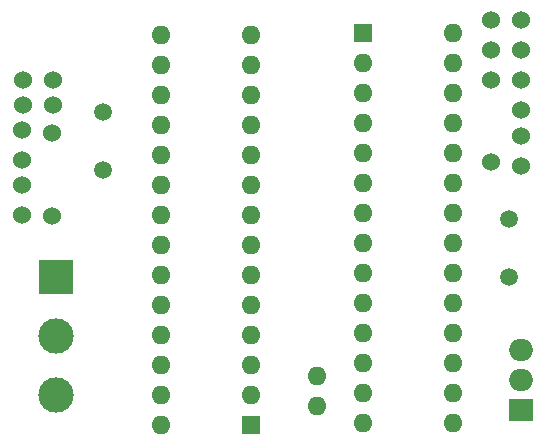
<source format=gbr>
%TF.GenerationSoftware,KiCad,Pcbnew,7.0.6-0*%
%TF.CreationDate,2024-03-12T16:57:41-04:00*%
%TF.ProjectId,Bai_channels,4261695f-6368-4616-9e6e-656c732e6b69,rev?*%
%TF.SameCoordinates,Original*%
%TF.FileFunction,Soldermask,Bot*%
%TF.FilePolarity,Negative*%
%FSLAX46Y46*%
G04 Gerber Fmt 4.6, Leading zero omitted, Abs format (unit mm)*
G04 Created by KiCad (PCBNEW 7.0.6-0) date 2024-03-12 16:57:41*
%MOMM*%
%LPD*%
G01*
G04 APERTURE LIST*
%ADD10C,1.524000*%
%ADD11C,1.500000*%
%ADD12O,1.600000X1.600000*%
%ADD13R,3.000000X3.000000*%
%ADD14C,3.000000*%
%ADD15R,1.600000X1.600000*%
%ADD16R,2.000000X1.905000*%
%ADD17O,2.000000X1.905000*%
G04 APERTURE END LIST*
D10*
%TO.C,C7*%
X177295000Y-81595000D03*
X174755000Y-81595000D03*
%TD*%
D11*
%TO.C,16MHz1*%
X141975000Y-86855000D03*
X141975000Y-91735000D03*
%TD*%
D12*
%TO.C,J2*%
X160020000Y-109220000D03*
X160020000Y-111760000D03*
%TD*%
D13*
%TO.C,RV1*%
X137975000Y-100855000D03*
D14*
X137975000Y-105855000D03*
X137975000Y-110855000D03*
%TD*%
D15*
%TO.C,U4*%
X163975000Y-80155000D03*
D12*
X163975000Y-82695000D03*
X163975000Y-85235000D03*
X163975000Y-87775000D03*
X163975000Y-90315000D03*
X163975000Y-92855000D03*
X163975000Y-95395000D03*
X163975000Y-97935000D03*
X163975000Y-100475000D03*
X163975000Y-103015000D03*
X163975000Y-105555000D03*
X163975000Y-108095000D03*
X163975000Y-110635000D03*
X163975000Y-113175000D03*
X171595000Y-113175000D03*
X171595000Y-110635000D03*
X171595000Y-108095000D03*
X171595000Y-105555000D03*
X171595000Y-103015000D03*
X171595000Y-100475000D03*
X171595000Y-97935000D03*
X171595000Y-95395000D03*
X171595000Y-92855000D03*
X171595000Y-90315000D03*
X171595000Y-87775000D03*
X171595000Y-85235000D03*
X171595000Y-82695000D03*
X171595000Y-80155000D03*
%TD*%
D15*
%TO.C,U3*%
X154435000Y-113360000D03*
D12*
X154435000Y-110820000D03*
X154435000Y-108280000D03*
X154435000Y-105740000D03*
X154435000Y-103200000D03*
X154435000Y-100660000D03*
X154435000Y-98120000D03*
X154435000Y-95580000D03*
X154435000Y-93040000D03*
X154435000Y-90500000D03*
X154435000Y-87960000D03*
X154435000Y-85420000D03*
X154435000Y-82880000D03*
X154435000Y-80340000D03*
X146815000Y-80340000D03*
X146815000Y-82880000D03*
X146815000Y-85420000D03*
X146815000Y-87960000D03*
X146815000Y-90500000D03*
X146815000Y-93040000D03*
X146815000Y-95580000D03*
X146815000Y-98120000D03*
X146815000Y-100660000D03*
X146815000Y-103200000D03*
X146815000Y-105740000D03*
X146815000Y-108280000D03*
X146815000Y-110820000D03*
X146815000Y-113360000D03*
%TD*%
D10*
%TO.C,C8*%
X177295000Y-91455000D03*
X177295000Y-88915000D03*
%TD*%
%TO.C,C1*%
X177295000Y-79055000D03*
X174755000Y-79055000D03*
%TD*%
%TO.C,C5*%
X135075000Y-95555000D03*
X135075000Y-93015000D03*
%TD*%
D16*
%TO.C,U2*%
X177295000Y-112075000D03*
D17*
X177295000Y-109535000D03*
X177295000Y-106995000D03*
%TD*%
D10*
%TO.C,C4*%
X177295000Y-86675000D03*
X177295000Y-84135000D03*
%TD*%
D11*
%TO.C,16MHz2*%
X176325000Y-95955000D03*
X176325000Y-100835000D03*
%TD*%
D10*
%TO.C,C3*%
X137675000Y-86255000D03*
X135135000Y-86255000D03*
%TD*%
%TO.C,R2*%
X174755000Y-84135000D03*
X174755000Y-91135000D03*
%TD*%
%TO.C,R1*%
X137575000Y-88655000D03*
X137575000Y-95655000D03*
%TD*%
%TO.C,C2*%
X135125000Y-84135000D03*
X137665000Y-84135000D03*
%TD*%
%TO.C,C6*%
X135075000Y-88355000D03*
X135075000Y-90895000D03*
%TD*%
M02*

</source>
